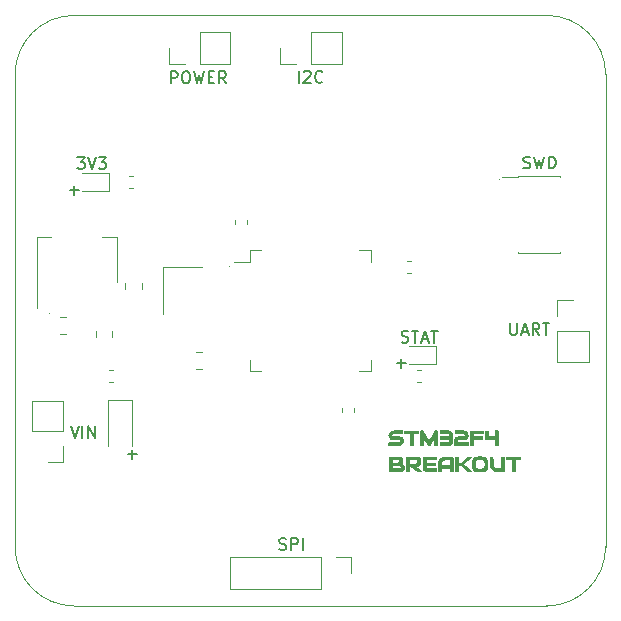
<source format=gbr>
%TF.GenerationSoftware,KiCad,Pcbnew,(5.1.7)-1*%
%TF.CreationDate,2020-10-04T20:50:26-05:00*%
%TF.ProjectId,STM32F4_Breakout,53544d33-3246-4345-9f42-7265616b6f75,rev?*%
%TF.SameCoordinates,Original*%
%TF.FileFunction,Legend,Top*%
%TF.FilePolarity,Positive*%
%FSLAX46Y46*%
G04 Gerber Fmt 4.6, Leading zero omitted, Abs format (unit mm)*
G04 Created by KiCad (PCBNEW (5.1.7)-1) date 2020-10-04 20:50:26*
%MOMM*%
%LPD*%
G01*
G04 APERTURE LIST*
%ADD10C,0.120000*%
%ADD11C,0.150000*%
%TA.AperFunction,Profile*%
%ADD12C,0.050000*%
%TD*%
%ADD13C,0.010000*%
G04 APERTURE END LIST*
D10*
X33400000Y-41050000D02*
G75*
G03*
X33400000Y-41050000I-50000J0D01*
G01*
X61000000Y-33900000D02*
G75*
G03*
X61000000Y-33900000I-50000J0D01*
G01*
X22950000Y-45200000D02*
G75*
G03*
X22950000Y-45200000I-50000J0D01*
G01*
X38200000Y-41250000D02*
G75*
G03*
X38200000Y-41250000I-50000J0D01*
G01*
D11*
X24619047Y-34821428D02*
X25380952Y-34821428D01*
X25000000Y-35202380D02*
X25000000Y-34440476D01*
X52319047Y-49471428D02*
X53080952Y-49471428D01*
X52700000Y-49852380D02*
X52700000Y-49090476D01*
X29519047Y-57171428D02*
X30280952Y-57171428D01*
X29900000Y-57552380D02*
X29900000Y-56790476D01*
X52723809Y-47654761D02*
X52866666Y-47702380D01*
X53104761Y-47702380D01*
X53200000Y-47654761D01*
X53247619Y-47607142D01*
X53295238Y-47511904D01*
X53295238Y-47416666D01*
X53247619Y-47321428D01*
X53200000Y-47273809D01*
X53104761Y-47226190D01*
X52914285Y-47178571D01*
X52819047Y-47130952D01*
X52771428Y-47083333D01*
X52723809Y-46988095D01*
X52723809Y-46892857D01*
X52771428Y-46797619D01*
X52819047Y-46750000D01*
X52914285Y-46702380D01*
X53152380Y-46702380D01*
X53295238Y-46750000D01*
X53580952Y-46702380D02*
X54152380Y-46702380D01*
X53866666Y-47702380D02*
X53866666Y-46702380D01*
X54438095Y-47416666D02*
X54914285Y-47416666D01*
X54342857Y-47702380D02*
X54676190Y-46702380D01*
X55009523Y-47702380D01*
X55200000Y-46702380D02*
X55771428Y-46702380D01*
X55485714Y-47702380D02*
X55485714Y-46702380D01*
X25261904Y-32002380D02*
X25880952Y-32002380D01*
X25547619Y-32383333D01*
X25690476Y-32383333D01*
X25785714Y-32430952D01*
X25833333Y-32478571D01*
X25880952Y-32573809D01*
X25880952Y-32811904D01*
X25833333Y-32907142D01*
X25785714Y-32954761D01*
X25690476Y-33002380D01*
X25404761Y-33002380D01*
X25309523Y-32954761D01*
X25261904Y-32907142D01*
X26166666Y-32002380D02*
X26500000Y-33002380D01*
X26833333Y-32002380D01*
X27071428Y-32002380D02*
X27690476Y-32002380D01*
X27357142Y-32383333D01*
X27500000Y-32383333D01*
X27595238Y-32430952D01*
X27642857Y-32478571D01*
X27690476Y-32573809D01*
X27690476Y-32811904D01*
X27642857Y-32907142D01*
X27595238Y-32954761D01*
X27500000Y-33002380D01*
X27214285Y-33002380D01*
X27119047Y-32954761D01*
X27071428Y-32907142D01*
X33190476Y-25752380D02*
X33190476Y-24752380D01*
X33571428Y-24752380D01*
X33666666Y-24800000D01*
X33714285Y-24847619D01*
X33761904Y-24942857D01*
X33761904Y-25085714D01*
X33714285Y-25180952D01*
X33666666Y-25228571D01*
X33571428Y-25276190D01*
X33190476Y-25276190D01*
X34380952Y-24752380D02*
X34571428Y-24752380D01*
X34666666Y-24800000D01*
X34761904Y-24895238D01*
X34809523Y-25085714D01*
X34809523Y-25419047D01*
X34761904Y-25609523D01*
X34666666Y-25704761D01*
X34571428Y-25752380D01*
X34380952Y-25752380D01*
X34285714Y-25704761D01*
X34190476Y-25609523D01*
X34142857Y-25419047D01*
X34142857Y-25085714D01*
X34190476Y-24895238D01*
X34285714Y-24800000D01*
X34380952Y-24752380D01*
X35142857Y-24752380D02*
X35380952Y-25752380D01*
X35571428Y-25038095D01*
X35761904Y-25752380D01*
X36000000Y-24752380D01*
X36380952Y-25228571D02*
X36714285Y-25228571D01*
X36857142Y-25752380D02*
X36380952Y-25752380D01*
X36380952Y-24752380D01*
X36857142Y-24752380D01*
X37857142Y-25752380D02*
X37523809Y-25276190D01*
X37285714Y-25752380D02*
X37285714Y-24752380D01*
X37666666Y-24752380D01*
X37761904Y-24800000D01*
X37809523Y-24847619D01*
X37857142Y-24942857D01*
X37857142Y-25085714D01*
X37809523Y-25180952D01*
X37761904Y-25228571D01*
X37666666Y-25276190D01*
X37285714Y-25276190D01*
X24704761Y-54752380D02*
X25038095Y-55752380D01*
X25371428Y-54752380D01*
X25704761Y-55752380D02*
X25704761Y-54752380D01*
X26180952Y-55752380D02*
X26180952Y-54752380D01*
X26752380Y-55752380D01*
X26752380Y-54752380D01*
X42376190Y-65204761D02*
X42519047Y-65252380D01*
X42757142Y-65252380D01*
X42852380Y-65204761D01*
X42900000Y-65157142D01*
X42947619Y-65061904D01*
X42947619Y-64966666D01*
X42900000Y-64871428D01*
X42852380Y-64823809D01*
X42757142Y-64776190D01*
X42566666Y-64728571D01*
X42471428Y-64680952D01*
X42423809Y-64633333D01*
X42376190Y-64538095D01*
X42376190Y-64442857D01*
X42423809Y-64347619D01*
X42471428Y-64300000D01*
X42566666Y-64252380D01*
X42804761Y-64252380D01*
X42947619Y-64300000D01*
X43376190Y-65252380D02*
X43376190Y-64252380D01*
X43757142Y-64252380D01*
X43852380Y-64300000D01*
X43900000Y-64347619D01*
X43947619Y-64442857D01*
X43947619Y-64585714D01*
X43900000Y-64680952D01*
X43852380Y-64728571D01*
X43757142Y-64776190D01*
X43376190Y-64776190D01*
X44376190Y-65252380D02*
X44376190Y-64252380D01*
X61904761Y-46052380D02*
X61904761Y-46861904D01*
X61952380Y-46957142D01*
X62000000Y-47004761D01*
X62095238Y-47052380D01*
X62285714Y-47052380D01*
X62380952Y-47004761D01*
X62428571Y-46957142D01*
X62476190Y-46861904D01*
X62476190Y-46052380D01*
X62904761Y-46766666D02*
X63380952Y-46766666D01*
X62809523Y-47052380D02*
X63142857Y-46052380D01*
X63476190Y-47052380D01*
X64380952Y-47052380D02*
X64047619Y-46576190D01*
X63809523Y-47052380D02*
X63809523Y-46052380D01*
X64190476Y-46052380D01*
X64285714Y-46100000D01*
X64333333Y-46147619D01*
X64380952Y-46242857D01*
X64380952Y-46385714D01*
X64333333Y-46480952D01*
X64285714Y-46528571D01*
X64190476Y-46576190D01*
X63809523Y-46576190D01*
X64666666Y-46052380D02*
X65238095Y-46052380D01*
X64952380Y-47052380D02*
X64952380Y-46052380D01*
X63042857Y-32904761D02*
X63185714Y-32952380D01*
X63423809Y-32952380D01*
X63519047Y-32904761D01*
X63566666Y-32857142D01*
X63614285Y-32761904D01*
X63614285Y-32666666D01*
X63566666Y-32571428D01*
X63519047Y-32523809D01*
X63423809Y-32476190D01*
X63233333Y-32428571D01*
X63138095Y-32380952D01*
X63090476Y-32333333D01*
X63042857Y-32238095D01*
X63042857Y-32142857D01*
X63090476Y-32047619D01*
X63138095Y-32000000D01*
X63233333Y-31952380D01*
X63471428Y-31952380D01*
X63614285Y-32000000D01*
X63947619Y-31952380D02*
X64185714Y-32952380D01*
X64376190Y-32238095D01*
X64566666Y-32952380D01*
X64804761Y-31952380D01*
X65185714Y-32952380D02*
X65185714Y-31952380D01*
X65423809Y-31952380D01*
X65566666Y-32000000D01*
X65661904Y-32095238D01*
X65709523Y-32190476D01*
X65757142Y-32380952D01*
X65757142Y-32523809D01*
X65709523Y-32714285D01*
X65661904Y-32809523D01*
X65566666Y-32904761D01*
X65423809Y-32952380D01*
X65185714Y-32952380D01*
X44023809Y-25702380D02*
X44023809Y-24702380D01*
X44452380Y-24797619D02*
X44500000Y-24750000D01*
X44595238Y-24702380D01*
X44833333Y-24702380D01*
X44928571Y-24750000D01*
X44976190Y-24797619D01*
X45023809Y-24892857D01*
X45023809Y-24988095D01*
X44976190Y-25130952D01*
X44404761Y-25702380D01*
X45023809Y-25702380D01*
X46023809Y-25607142D02*
X45976190Y-25654761D01*
X45833333Y-25702380D01*
X45738095Y-25702380D01*
X45595238Y-25654761D01*
X45500000Y-25559523D01*
X45452380Y-25464285D01*
X45404761Y-25273809D01*
X45404761Y-25130952D01*
X45452380Y-24940476D01*
X45500000Y-24845238D01*
X45595238Y-24750000D01*
X45738095Y-24702380D01*
X45833333Y-24702380D01*
X45976190Y-24750000D01*
X46023809Y-24797619D01*
D12*
X70000000Y-65000000D02*
G75*
G02*
X65000000Y-70000000I-5000000J0D01*
G01*
X25000000Y-70000000D02*
G75*
G02*
X20000000Y-65000000I0J5000000D01*
G01*
X20000000Y-25000000D02*
G75*
G02*
X25000000Y-20000000I5000000J0D01*
G01*
X65000000Y-20000000D02*
G75*
G02*
X70000000Y-25000000I0J-5000000D01*
G01*
X20000000Y-65000000D02*
X20000000Y-25000000D01*
X65000000Y-70000000D02*
X25000000Y-70000000D01*
X70000000Y-25000000D02*
X70000000Y-65000000D01*
X25000000Y-20000000D02*
X65000000Y-20000000D01*
D13*
%TO.C,G\u002A\u002A\u002A*%
G36*
X59404357Y-57339920D02*
G01*
X59544959Y-57351679D01*
X59657112Y-57375027D01*
X59747467Y-57412348D01*
X59822673Y-57466026D01*
X59859821Y-57503198D01*
X59910178Y-57563314D01*
X59946596Y-57620274D01*
X59971024Y-57681516D01*
X59985412Y-57754481D01*
X59991712Y-57846608D01*
X59991873Y-57965335D01*
X59991093Y-58003941D01*
X59988299Y-58108659D01*
X59984771Y-58184485D01*
X59979328Y-58238808D01*
X59970789Y-58279021D01*
X59957972Y-58312512D01*
X59939698Y-58346674D01*
X59935054Y-58354629D01*
X59855381Y-58458483D01*
X59755445Y-58537625D01*
X59669749Y-58577708D01*
X59620594Y-58587758D01*
X59544187Y-58595638D01*
X59449507Y-58601200D01*
X59345531Y-58604296D01*
X59241237Y-58604779D01*
X59145603Y-58602502D01*
X59067606Y-58597317D01*
X59016225Y-58589077D01*
X59014168Y-58588477D01*
X58901777Y-58538038D01*
X58804104Y-58457716D01*
X58791085Y-58443722D01*
X58743247Y-58387109D01*
X58708764Y-58334416D01*
X58685485Y-58277954D01*
X58671259Y-58210035D01*
X58663936Y-58122970D01*
X58661364Y-58009069D01*
X58661221Y-57979500D01*
X58661233Y-57978607D01*
X58905429Y-57978607D01*
X58907634Y-58084608D01*
X58915765Y-58162518D01*
X58932094Y-58220351D01*
X58958894Y-58266118D01*
X58998438Y-58307829D01*
X58998955Y-58308298D01*
X59025458Y-58330821D01*
X59051481Y-58346683D01*
X59083821Y-58357098D01*
X59129275Y-58363282D01*
X59194640Y-58366450D01*
X59286713Y-58367817D01*
X59333638Y-58368139D01*
X59432316Y-58368252D01*
X59502184Y-58366531D01*
X59550708Y-58361977D01*
X59585353Y-58353590D01*
X59613587Y-58340372D01*
X59632996Y-58328073D01*
X59678739Y-58292215D01*
X59710933Y-58251729D01*
X59731806Y-58199695D01*
X59743584Y-58129189D01*
X59748493Y-58033290D01*
X59749071Y-57967197D01*
X59747448Y-57862510D01*
X59740680Y-57786081D01*
X59725927Y-57729957D01*
X59700344Y-57686184D01*
X59661090Y-57646807D01*
X59624172Y-57617764D01*
X59599889Y-57602288D01*
X59571166Y-57591739D01*
X59530903Y-57585199D01*
X59472000Y-57581748D01*
X59387358Y-57580469D01*
X59335008Y-57580357D01*
X59235367Y-57580895D01*
X59164419Y-57583188D01*
X59114575Y-57588260D01*
X59078251Y-57597132D01*
X59047858Y-57610826D01*
X59029824Y-57621465D01*
X58979367Y-57659905D01*
X58944039Y-57706566D01*
X58921505Y-57768158D01*
X58909427Y-57851391D01*
X58905469Y-57962973D01*
X58905429Y-57978607D01*
X58661233Y-57978607D01*
X58663059Y-57851416D01*
X58670849Y-57752075D01*
X58686775Y-57674130D01*
X58713016Y-57610236D01*
X58751756Y-57553045D01*
X58805004Y-57495382D01*
X58883912Y-57430957D01*
X58974419Y-57384467D01*
X59081912Y-57354513D01*
X59211782Y-57339699D01*
X59369417Y-57338626D01*
X59404357Y-57339920D01*
G37*
X59404357Y-57339920D02*
X59544959Y-57351679D01*
X59657112Y-57375027D01*
X59747467Y-57412348D01*
X59822673Y-57466026D01*
X59859821Y-57503198D01*
X59910178Y-57563314D01*
X59946596Y-57620274D01*
X59971024Y-57681516D01*
X59985412Y-57754481D01*
X59991712Y-57846608D01*
X59991873Y-57965335D01*
X59991093Y-58003941D01*
X59988299Y-58108659D01*
X59984771Y-58184485D01*
X59979328Y-58238808D01*
X59970789Y-58279021D01*
X59957972Y-58312512D01*
X59939698Y-58346674D01*
X59935054Y-58354629D01*
X59855381Y-58458483D01*
X59755445Y-58537625D01*
X59669749Y-58577708D01*
X59620594Y-58587758D01*
X59544187Y-58595638D01*
X59449507Y-58601200D01*
X59345531Y-58604296D01*
X59241237Y-58604779D01*
X59145603Y-58602502D01*
X59067606Y-58597317D01*
X59016225Y-58589077D01*
X59014168Y-58588477D01*
X58901777Y-58538038D01*
X58804104Y-58457716D01*
X58791085Y-58443722D01*
X58743247Y-58387109D01*
X58708764Y-58334416D01*
X58685485Y-58277954D01*
X58671259Y-58210035D01*
X58663936Y-58122970D01*
X58661364Y-58009069D01*
X58661221Y-57979500D01*
X58661233Y-57978607D01*
X58905429Y-57978607D01*
X58907634Y-58084608D01*
X58915765Y-58162518D01*
X58932094Y-58220351D01*
X58958894Y-58266118D01*
X58998438Y-58307829D01*
X58998955Y-58308298D01*
X59025458Y-58330821D01*
X59051481Y-58346683D01*
X59083821Y-58357098D01*
X59129275Y-58363282D01*
X59194640Y-58366450D01*
X59286713Y-58367817D01*
X59333638Y-58368139D01*
X59432316Y-58368252D01*
X59502184Y-58366531D01*
X59550708Y-58361977D01*
X59585353Y-58353590D01*
X59613587Y-58340372D01*
X59632996Y-58328073D01*
X59678739Y-58292215D01*
X59710933Y-58251729D01*
X59731806Y-58199695D01*
X59743584Y-58129189D01*
X59748493Y-58033290D01*
X59749071Y-57967197D01*
X59747448Y-57862510D01*
X59740680Y-57786081D01*
X59725927Y-57729957D01*
X59700344Y-57686184D01*
X59661090Y-57646807D01*
X59624172Y-57617764D01*
X59599889Y-57602288D01*
X59571166Y-57591739D01*
X59530903Y-57585199D01*
X59472000Y-57581748D01*
X59387358Y-57580469D01*
X59335008Y-57580357D01*
X59235367Y-57580895D01*
X59164419Y-57583188D01*
X59114575Y-57588260D01*
X59078251Y-57597132D01*
X59047858Y-57610826D01*
X59029824Y-57621465D01*
X58979367Y-57659905D01*
X58944039Y-57706566D01*
X58921505Y-57768158D01*
X58909427Y-57851391D01*
X58905469Y-57962973D01*
X58905429Y-57978607D01*
X58661233Y-57978607D01*
X58663059Y-57851416D01*
X58670849Y-57752075D01*
X58686775Y-57674130D01*
X58713016Y-57610236D01*
X58751756Y-57553045D01*
X58805004Y-57495382D01*
X58883912Y-57430957D01*
X58974419Y-57384467D01*
X59081912Y-57354513D01*
X59211782Y-57339699D01*
X59369417Y-57338626D01*
X59404357Y-57339920D01*
G36*
X52311373Y-57363077D02*
G01*
X52431741Y-57365001D01*
X52524843Y-57369347D01*
X52595185Y-57377047D01*
X52647275Y-57389032D01*
X52685620Y-57406235D01*
X52714727Y-57429589D01*
X52739104Y-57460024D01*
X52755735Y-57485988D01*
X52780405Y-57552447D01*
X52791031Y-57639007D01*
X52787558Y-57732291D01*
X52769932Y-57818919D01*
X52757216Y-57852500D01*
X52724099Y-57925071D01*
X52792601Y-58000279D01*
X52854767Y-58090084D01*
X52890989Y-58189589D01*
X52901495Y-58291659D01*
X52886517Y-58389164D01*
X52846284Y-58474971D01*
X52781026Y-58541948D01*
X52774996Y-58546103D01*
X52755806Y-58558222D01*
X52735823Y-58567695D01*
X52710571Y-58574849D01*
X52675578Y-58580008D01*
X52626369Y-58583499D01*
X52558471Y-58585647D01*
X52467410Y-58586777D01*
X52348712Y-58587214D01*
X52209060Y-58587286D01*
X52060790Y-58587222D01*
X51944608Y-58586818D01*
X51856314Y-58585757D01*
X51791710Y-58583720D01*
X51746598Y-58580390D01*
X51716780Y-58575448D01*
X51698056Y-58568577D01*
X51686228Y-58559459D01*
X51677099Y-58547776D01*
X51676529Y-58546963D01*
X51668201Y-58530483D01*
X51661642Y-58504862D01*
X51656654Y-58466083D01*
X51653037Y-58410129D01*
X51651177Y-58351429D01*
X51902286Y-58351429D01*
X52646143Y-58351429D01*
X52646143Y-58277462D01*
X52638095Y-58215798D01*
X52608199Y-58166500D01*
X52593110Y-58150462D01*
X52540077Y-58097429D01*
X51956714Y-58097429D01*
X51956714Y-57861571D01*
X52184401Y-57861571D01*
X52301951Y-57859677D01*
X52388822Y-57852783D01*
X52450478Y-57839071D01*
X52492386Y-57816724D01*
X52520012Y-57783922D01*
X52537078Y-57744273D01*
X52549797Y-57689817D01*
X52552558Y-57642713D01*
X52552196Y-57639636D01*
X52549117Y-57624920D01*
X52541306Y-57614122D01*
X52523701Y-57606532D01*
X52491240Y-57601436D01*
X52438859Y-57598125D01*
X52361496Y-57595885D01*
X52254088Y-57594006D01*
X52224322Y-57593546D01*
X51902286Y-57588591D01*
X51902286Y-58351429D01*
X51651177Y-58351429D01*
X51650592Y-58332985D01*
X51649120Y-58230633D01*
X51648422Y-58099057D01*
X51648286Y-57977473D01*
X51648420Y-57824247D01*
X51648992Y-57703109D01*
X51650256Y-57609862D01*
X51652466Y-57540310D01*
X51655879Y-57490257D01*
X51660747Y-57455504D01*
X51667326Y-57431855D01*
X51675870Y-57415114D01*
X51682980Y-57405474D01*
X51717675Y-57362643D01*
X52159230Y-57362643D01*
X52311373Y-57363077D01*
G37*
X52311373Y-57363077D02*
X52431741Y-57365001D01*
X52524843Y-57369347D01*
X52595185Y-57377047D01*
X52647275Y-57389032D01*
X52685620Y-57406235D01*
X52714727Y-57429589D01*
X52739104Y-57460024D01*
X52755735Y-57485988D01*
X52780405Y-57552447D01*
X52791031Y-57639007D01*
X52787558Y-57732291D01*
X52769932Y-57818919D01*
X52757216Y-57852500D01*
X52724099Y-57925071D01*
X52792601Y-58000279D01*
X52854767Y-58090084D01*
X52890989Y-58189589D01*
X52901495Y-58291659D01*
X52886517Y-58389164D01*
X52846284Y-58474971D01*
X52781026Y-58541948D01*
X52774996Y-58546103D01*
X52755806Y-58558222D01*
X52735823Y-58567695D01*
X52710571Y-58574849D01*
X52675578Y-58580008D01*
X52626369Y-58583499D01*
X52558471Y-58585647D01*
X52467410Y-58586777D01*
X52348712Y-58587214D01*
X52209060Y-58587286D01*
X52060790Y-58587222D01*
X51944608Y-58586818D01*
X51856314Y-58585757D01*
X51791710Y-58583720D01*
X51746598Y-58580390D01*
X51716780Y-58575448D01*
X51698056Y-58568577D01*
X51686228Y-58559459D01*
X51677099Y-58547776D01*
X51676529Y-58546963D01*
X51668201Y-58530483D01*
X51661642Y-58504862D01*
X51656654Y-58466083D01*
X51653037Y-58410129D01*
X51651177Y-58351429D01*
X51902286Y-58351429D01*
X52646143Y-58351429D01*
X52646143Y-58277462D01*
X52638095Y-58215798D01*
X52608199Y-58166500D01*
X52593110Y-58150462D01*
X52540077Y-58097429D01*
X51956714Y-58097429D01*
X51956714Y-57861571D01*
X52184401Y-57861571D01*
X52301951Y-57859677D01*
X52388822Y-57852783D01*
X52450478Y-57839071D01*
X52492386Y-57816724D01*
X52520012Y-57783922D01*
X52537078Y-57744273D01*
X52549797Y-57689817D01*
X52552558Y-57642713D01*
X52552196Y-57639636D01*
X52549117Y-57624920D01*
X52541306Y-57614122D01*
X52523701Y-57606532D01*
X52491240Y-57601436D01*
X52438859Y-57598125D01*
X52361496Y-57595885D01*
X52254088Y-57594006D01*
X52224322Y-57593546D01*
X51902286Y-57588591D01*
X51902286Y-58351429D01*
X51651177Y-58351429D01*
X51650592Y-58332985D01*
X51649120Y-58230633D01*
X51648422Y-58099057D01*
X51648286Y-57977473D01*
X51648420Y-57824247D01*
X51648992Y-57703109D01*
X51650256Y-57609862D01*
X51652466Y-57540310D01*
X51655879Y-57490257D01*
X51660747Y-57455504D01*
X51667326Y-57431855D01*
X51675870Y-57415114D01*
X51682980Y-57405474D01*
X51717675Y-57362643D01*
X52159230Y-57362643D01*
X52311373Y-57363077D01*
G36*
X53780072Y-57362763D02*
G01*
X53896253Y-57363325D01*
X53984971Y-57364628D01*
X54050640Y-57366973D01*
X54097670Y-57370661D01*
X54130473Y-57375992D01*
X54153461Y-57383266D01*
X54171045Y-57392784D01*
X54181312Y-57400050D01*
X54239295Y-57449614D01*
X54277124Y-57501089D01*
X54299312Y-57564504D01*
X54310372Y-57649885D01*
X54312670Y-57691957D01*
X54306773Y-57838109D01*
X54275458Y-57958598D01*
X54218274Y-58054093D01*
X54134766Y-58125263D01*
X54024482Y-58172779D01*
X53980012Y-58183832D01*
X53916317Y-58197214D01*
X54373025Y-58587286D01*
X53996535Y-58587286D01*
X53766807Y-58387714D01*
X53681862Y-58314310D01*
X53618807Y-58261521D01*
X53572319Y-58225959D01*
X53537080Y-58204232D01*
X53507767Y-58192950D01*
X53479062Y-58188723D01*
X53453603Y-58188143D01*
X53370126Y-58188143D01*
X53375527Y-58074750D01*
X53380929Y-57961357D01*
X53673574Y-57956383D01*
X53783116Y-57954289D01*
X53862494Y-57951719D01*
X53917830Y-57947780D01*
X53955244Y-57941577D01*
X53980856Y-57932219D01*
X54000787Y-57918811D01*
X54014550Y-57906617D01*
X54039648Y-57880437D01*
X54053582Y-57853229D01*
X54058965Y-57814271D01*
X54058411Y-57752842D01*
X54057547Y-57730163D01*
X54052214Y-57598500D01*
X53684822Y-57593589D01*
X53317429Y-57588677D01*
X53317429Y-58587286D01*
X53063429Y-58587286D01*
X53063429Y-58017796D01*
X53063546Y-57858336D01*
X53064052Y-57731138D01*
X53065172Y-57632180D01*
X53067136Y-57557436D01*
X53070172Y-57502886D01*
X53074506Y-57464504D01*
X53080368Y-57438268D01*
X53087985Y-57420154D01*
X53097585Y-57406140D01*
X53098121Y-57405474D01*
X53132814Y-57362643D01*
X53632018Y-57362643D01*
X53780072Y-57362763D01*
G37*
X53780072Y-57362763D02*
X53896253Y-57363325D01*
X53984971Y-57364628D01*
X54050640Y-57366973D01*
X54097670Y-57370661D01*
X54130473Y-57375992D01*
X54153461Y-57383266D01*
X54171045Y-57392784D01*
X54181312Y-57400050D01*
X54239295Y-57449614D01*
X54277124Y-57501089D01*
X54299312Y-57564504D01*
X54310372Y-57649885D01*
X54312670Y-57691957D01*
X54306773Y-57838109D01*
X54275458Y-57958598D01*
X54218274Y-58054093D01*
X54134766Y-58125263D01*
X54024482Y-58172779D01*
X53980012Y-58183832D01*
X53916317Y-58197214D01*
X54373025Y-58587286D01*
X53996535Y-58587286D01*
X53766807Y-58387714D01*
X53681862Y-58314310D01*
X53618807Y-58261521D01*
X53572319Y-58225959D01*
X53537080Y-58204232D01*
X53507767Y-58192950D01*
X53479062Y-58188723D01*
X53453603Y-58188143D01*
X53370126Y-58188143D01*
X53375527Y-58074750D01*
X53380929Y-57961357D01*
X53673574Y-57956383D01*
X53783116Y-57954289D01*
X53862494Y-57951719D01*
X53917830Y-57947780D01*
X53955244Y-57941577D01*
X53980856Y-57932219D01*
X54000787Y-57918811D01*
X54014550Y-57906617D01*
X54039648Y-57880437D01*
X54053582Y-57853229D01*
X54058965Y-57814271D01*
X54058411Y-57752842D01*
X54057547Y-57730163D01*
X54052214Y-57598500D01*
X53684822Y-57593589D01*
X53317429Y-57588677D01*
X53317429Y-58587286D01*
X53063429Y-58587286D01*
X53063429Y-58017796D01*
X53063546Y-57858336D01*
X53064052Y-57731138D01*
X53065172Y-57632180D01*
X53067136Y-57557436D01*
X53070172Y-57502886D01*
X53074506Y-57464504D01*
X53080368Y-57438268D01*
X53087985Y-57420154D01*
X53097585Y-57406140D01*
X53098121Y-57405474D01*
X53132814Y-57362643D01*
X53632018Y-57362643D01*
X53780072Y-57362763D01*
G36*
X55636044Y-57476036D02*
G01*
X55641446Y-57589429D01*
X54749978Y-57589429D01*
X54759786Y-58342357D01*
X55195214Y-58351429D01*
X55630643Y-58360500D01*
X55636044Y-58473893D01*
X55641446Y-58587286D01*
X55182473Y-58585853D01*
X55055888Y-58585070D01*
X54940513Y-58583619D01*
X54841566Y-58581623D01*
X54764264Y-58579210D01*
X54713828Y-58576503D01*
X54696286Y-58574195D01*
X54619004Y-58528262D01*
X54555107Y-58458678D01*
X54531284Y-58416724D01*
X54520606Y-58389805D01*
X54512406Y-58358709D01*
X54506362Y-58318477D01*
X54502146Y-58264151D01*
X54499436Y-58190774D01*
X54497905Y-58093387D01*
X54497229Y-57967032D01*
X54497113Y-57895331D01*
X54497169Y-57755532D01*
X54497833Y-57647385D01*
X54499429Y-57566259D01*
X54502282Y-57507521D01*
X54506715Y-57466541D01*
X54513052Y-57438685D01*
X54521618Y-57419321D01*
X54531382Y-57405474D01*
X54566049Y-57362643D01*
X55630643Y-57362643D01*
X55636044Y-57476036D01*
G37*
X55636044Y-57476036D02*
X55641446Y-57589429D01*
X54749978Y-57589429D01*
X54759786Y-58342357D01*
X55195214Y-58351429D01*
X55630643Y-58360500D01*
X55636044Y-58473893D01*
X55641446Y-58587286D01*
X55182473Y-58585853D01*
X55055888Y-58585070D01*
X54940513Y-58583619D01*
X54841566Y-58581623D01*
X54764264Y-58579210D01*
X54713828Y-58576503D01*
X54696286Y-58574195D01*
X54619004Y-58528262D01*
X54555107Y-58458678D01*
X54531284Y-58416724D01*
X54520606Y-58389805D01*
X54512406Y-58358709D01*
X54506362Y-58318477D01*
X54502146Y-58264151D01*
X54499436Y-58190774D01*
X54497905Y-58093387D01*
X54497229Y-57967032D01*
X54497113Y-57895331D01*
X54497169Y-57755532D01*
X54497833Y-57647385D01*
X54499429Y-57566259D01*
X54502282Y-57507521D01*
X54506715Y-57466541D01*
X54513052Y-57438685D01*
X54521618Y-57419321D01*
X54531382Y-57405474D01*
X54566049Y-57362643D01*
X55630643Y-57362643D01*
X55636044Y-57476036D01*
G36*
X56845520Y-57363836D02*
G01*
X56909667Y-57365652D01*
X56953259Y-57369312D01*
X56981539Y-57375389D01*
X56999749Y-57384453D01*
X57013134Y-57397075D01*
X57020121Y-57405474D01*
X57029838Y-57419377D01*
X57037558Y-57437156D01*
X57043509Y-57462834D01*
X57047920Y-57500434D01*
X57051019Y-57553980D01*
X57053033Y-57627496D01*
X57054193Y-57725006D01*
X57054724Y-57850531D01*
X57054857Y-58008097D01*
X57054857Y-58587286D01*
X56800857Y-58587286D01*
X56800857Y-58297000D01*
X56057000Y-58297000D01*
X56057000Y-58587286D01*
X55800419Y-58587286D01*
X55806245Y-58201750D01*
X55808347Y-58073394D01*
X55810688Y-57975490D01*
X55810936Y-57969846D01*
X56057000Y-57969846D01*
X56057000Y-58061143D01*
X56800857Y-58061143D01*
X56800857Y-57585226D01*
X56560464Y-57592899D01*
X56455274Y-57597183D01*
X56378653Y-57602991D01*
X56322885Y-57611446D01*
X56280257Y-57623669D01*
X56247500Y-57638427D01*
X56156016Y-57703225D01*
X56094695Y-57787193D01*
X56062614Y-57891938D01*
X56057000Y-57969846D01*
X55810936Y-57969846D01*
X55813917Y-57902206D01*
X55818683Y-57847709D01*
X55825636Y-57806169D01*
X55835423Y-57771752D01*
X55848696Y-57738627D01*
X55860714Y-57712431D01*
X55932324Y-57596891D01*
X56027903Y-57497981D01*
X56138847Y-57423976D01*
X56179991Y-57405380D01*
X56219148Y-57390949D01*
X56257460Y-57380310D01*
X56301296Y-57372872D01*
X56357026Y-57368051D01*
X56431022Y-57365256D01*
X56529652Y-57363902D01*
X56634585Y-57363452D01*
X56755574Y-57363293D01*
X56845520Y-57363836D01*
G37*
X56845520Y-57363836D02*
X56909667Y-57365652D01*
X56953259Y-57369312D01*
X56981539Y-57375389D01*
X56999749Y-57384453D01*
X57013134Y-57397075D01*
X57020121Y-57405474D01*
X57029838Y-57419377D01*
X57037558Y-57437156D01*
X57043509Y-57462834D01*
X57047920Y-57500434D01*
X57051019Y-57553980D01*
X57053033Y-57627496D01*
X57054193Y-57725006D01*
X57054724Y-57850531D01*
X57054857Y-58008097D01*
X57054857Y-58587286D01*
X56800857Y-58587286D01*
X56800857Y-58297000D01*
X56057000Y-58297000D01*
X56057000Y-58587286D01*
X55800419Y-58587286D01*
X55806245Y-58201750D01*
X55808347Y-58073394D01*
X55810688Y-57975490D01*
X55810936Y-57969846D01*
X56057000Y-57969846D01*
X56057000Y-58061143D01*
X56800857Y-58061143D01*
X56800857Y-57585226D01*
X56560464Y-57592899D01*
X56455274Y-57597183D01*
X56378653Y-57602991D01*
X56322885Y-57611446D01*
X56280257Y-57623669D01*
X56247500Y-57638427D01*
X56156016Y-57703225D01*
X56094695Y-57787193D01*
X56062614Y-57891938D01*
X56057000Y-57969846D01*
X55810936Y-57969846D01*
X55813917Y-57902206D01*
X55818683Y-57847709D01*
X55825636Y-57806169D01*
X55835423Y-57771752D01*
X55848696Y-57738627D01*
X55860714Y-57712431D01*
X55932324Y-57596891D01*
X56027903Y-57497981D01*
X56138847Y-57423976D01*
X56179991Y-57405380D01*
X56219148Y-57390949D01*
X56257460Y-57380310D01*
X56301296Y-57372872D01*
X56357026Y-57368051D01*
X56431022Y-57365256D01*
X56529652Y-57363902D01*
X56634585Y-57363452D01*
X56755574Y-57363293D01*
X56845520Y-57363836D01*
G36*
X57522277Y-57974964D02*
G01*
X57527054Y-58587286D01*
X57272089Y-58587286D01*
X57276866Y-57974964D01*
X57281643Y-57362643D01*
X57517500Y-57362643D01*
X57522277Y-57974964D01*
G37*
X57522277Y-57974964D02*
X57527054Y-58587286D01*
X57272089Y-58587286D01*
X57276866Y-57974964D01*
X57281643Y-57362643D01*
X57517500Y-57362643D01*
X57522277Y-57974964D01*
G36*
X58490733Y-57354560D02*
G01*
X58545335Y-57357204D01*
X58575466Y-57361020D01*
X58578857Y-57362944D01*
X58566428Y-57377701D01*
X58531522Y-57414127D01*
X58477705Y-57468631D01*
X58408548Y-57537619D01*
X58327619Y-57617498D01*
X58267987Y-57675908D01*
X57957117Y-57979500D01*
X58587929Y-58586842D01*
X58415319Y-58587064D01*
X58242710Y-58587286D01*
X57998286Y-58342357D01*
X57753861Y-58097429D01*
X57581000Y-58097429D01*
X57581000Y-57861571D01*
X57753843Y-57861571D01*
X58007357Y-57607572D01*
X58260871Y-57353572D01*
X58419864Y-57353572D01*
X58490733Y-57354560D01*
G37*
X58490733Y-57354560D02*
X58545335Y-57357204D01*
X58575466Y-57361020D01*
X58578857Y-57362944D01*
X58566428Y-57377701D01*
X58531522Y-57414127D01*
X58477705Y-57468631D01*
X58408548Y-57537619D01*
X58327619Y-57617498D01*
X58267987Y-57675908D01*
X57957117Y-57979500D01*
X58587929Y-58586842D01*
X58415319Y-58587064D01*
X58242710Y-58587286D01*
X57998286Y-58342357D01*
X57753861Y-58097429D01*
X57581000Y-58097429D01*
X57581000Y-57861571D01*
X57753843Y-57861571D01*
X58007357Y-57607572D01*
X58260871Y-57353572D01*
X58419864Y-57353572D01*
X58490733Y-57354560D01*
G36*
X60429429Y-57743643D02*
G01*
X60433357Y-57885437D01*
X60438484Y-57996017D01*
X60446183Y-58080454D01*
X60457829Y-58143819D01*
X60474796Y-58191185D01*
X60498459Y-58227620D01*
X60530192Y-58258199D01*
X60571370Y-58287990D01*
X60578201Y-58292542D01*
X60609697Y-58312229D01*
X60639614Y-58326105D01*
X60675221Y-58335378D01*
X60723789Y-58341257D01*
X60792587Y-58344952D01*
X60888885Y-58347672D01*
X60913044Y-58348227D01*
X61172698Y-58354096D01*
X61177527Y-57858369D01*
X61182357Y-57362643D01*
X61418214Y-57362643D01*
X61418214Y-57949225D01*
X61418122Y-58110808D01*
X61417699Y-58239949D01*
X61416724Y-58340495D01*
X61414975Y-58416288D01*
X61412232Y-58471175D01*
X61408273Y-58508998D01*
X61402877Y-58533604D01*
X61395823Y-58548836D01*
X61386890Y-58558538D01*
X61382997Y-58561546D01*
X61349983Y-58572003D01*
X61287726Y-58579900D01*
X61203176Y-58585276D01*
X61103282Y-58588170D01*
X60994992Y-58588622D01*
X60885258Y-58586669D01*
X60781028Y-58582351D01*
X60689252Y-58575707D01*
X60616879Y-58566776D01*
X60574669Y-58557024D01*
X60458629Y-58502032D01*
X60357603Y-58426315D01*
X60288071Y-58346377D01*
X60255471Y-58296436D01*
X60230533Y-58251706D01*
X60212233Y-58206322D01*
X60199549Y-58154419D01*
X60191456Y-58090132D01*
X60186933Y-58007596D01*
X60184956Y-57900947D01*
X60184501Y-57764318D01*
X60184500Y-57752714D01*
X60184500Y-57362643D01*
X60420357Y-57362643D01*
X60429429Y-57743643D01*
G37*
X60429429Y-57743643D02*
X60433357Y-57885437D01*
X60438484Y-57996017D01*
X60446183Y-58080454D01*
X60457829Y-58143819D01*
X60474796Y-58191185D01*
X60498459Y-58227620D01*
X60530192Y-58258199D01*
X60571370Y-58287990D01*
X60578201Y-58292542D01*
X60609697Y-58312229D01*
X60639614Y-58326105D01*
X60675221Y-58335378D01*
X60723789Y-58341257D01*
X60792587Y-58344952D01*
X60888885Y-58347672D01*
X60913044Y-58348227D01*
X61172698Y-58354096D01*
X61177527Y-57858369D01*
X61182357Y-57362643D01*
X61418214Y-57362643D01*
X61418214Y-57949225D01*
X61418122Y-58110808D01*
X61417699Y-58239949D01*
X61416724Y-58340495D01*
X61414975Y-58416288D01*
X61412232Y-58471175D01*
X61408273Y-58508998D01*
X61402877Y-58533604D01*
X61395823Y-58548836D01*
X61386890Y-58558538D01*
X61382997Y-58561546D01*
X61349983Y-58572003D01*
X61287726Y-58579900D01*
X61203176Y-58585276D01*
X61103282Y-58588170D01*
X60994992Y-58588622D01*
X60885258Y-58586669D01*
X60781028Y-58582351D01*
X60689252Y-58575707D01*
X60616879Y-58566776D01*
X60574669Y-58557024D01*
X60458629Y-58502032D01*
X60357603Y-58426315D01*
X60288071Y-58346377D01*
X60255471Y-58296436D01*
X60230533Y-58251706D01*
X60212233Y-58206322D01*
X60199549Y-58154419D01*
X60191456Y-58090132D01*
X60186933Y-58007596D01*
X60184956Y-57900947D01*
X60184501Y-57764318D01*
X60184500Y-57752714D01*
X60184500Y-57362643D01*
X60420357Y-57362643D01*
X60429429Y-57743643D01*
G36*
X62784330Y-57476036D02*
G01*
X62789732Y-57589429D01*
X62298143Y-57589429D01*
X62298143Y-58587286D01*
X62044143Y-58587286D01*
X62044143Y-57589429D01*
X61552554Y-57589429D01*
X61557956Y-57476036D01*
X61563357Y-57362643D01*
X62778929Y-57362643D01*
X62784330Y-57476036D01*
G37*
X62784330Y-57476036D02*
X62789732Y-57589429D01*
X62298143Y-57589429D01*
X62298143Y-58587286D01*
X62044143Y-58587286D01*
X62044143Y-57589429D01*
X61552554Y-57589429D01*
X61557956Y-57476036D01*
X61563357Y-57362643D01*
X62778929Y-57362643D01*
X62784330Y-57476036D01*
G36*
X55530857Y-58097429D02*
G01*
X54805143Y-58097429D01*
X54805143Y-57861571D01*
X55530857Y-57861571D01*
X55530857Y-58097429D01*
G37*
X55530857Y-58097429D02*
X54805143Y-58097429D01*
X54805143Y-57861571D01*
X55530857Y-57861571D01*
X55530857Y-58097429D01*
G36*
X55617261Y-55129251D02*
G01*
X55635021Y-55134338D01*
X55660604Y-55143621D01*
X55681151Y-55153917D01*
X55697214Y-55169000D01*
X55709344Y-55192643D01*
X55718093Y-55228620D01*
X55724013Y-55280706D01*
X55727655Y-55352674D01*
X55729571Y-55448298D01*
X55730313Y-55571352D01*
X55730432Y-55725610D01*
X55730429Y-55787026D01*
X55730429Y-56373857D01*
X55477247Y-56373857D01*
X55472302Y-56048104D01*
X55467357Y-55722350D01*
X55305629Y-56007282D01*
X55237488Y-56127103D01*
X55184462Y-56219041D01*
X55143785Y-56286784D01*
X55112686Y-56334020D01*
X55088398Y-56364439D01*
X55068153Y-56381729D01*
X55049180Y-56389579D01*
X55028713Y-56391677D01*
X55017086Y-56391722D01*
X54969677Y-56387444D01*
X54937789Y-56377731D01*
X54922710Y-56358475D01*
X54892812Y-56312442D01*
X54851061Y-56244485D01*
X54800420Y-56159455D01*
X54743851Y-56062207D01*
X54724673Y-56028759D01*
X54533124Y-55693500D01*
X54533062Y-56033679D01*
X54533000Y-56373857D01*
X54279000Y-56373857D01*
X54279000Y-55795296D01*
X54279129Y-55634176D01*
X54279658Y-55505374D01*
X54280801Y-55404920D01*
X54282773Y-55328846D01*
X54285787Y-55273184D01*
X54290059Y-55233967D01*
X54295802Y-55207224D01*
X54303230Y-55188989D01*
X54312459Y-55175415D01*
X54357764Y-55144091D01*
X54415923Y-55133711D01*
X54470264Y-55146214D01*
X54484223Y-55155447D01*
X54499772Y-55176405D01*
X54530515Y-55224620D01*
X54573835Y-55295739D01*
X54627115Y-55385406D01*
X54687738Y-55489266D01*
X54752797Y-55602454D01*
X54817174Y-55714725D01*
X54875832Y-55815935D01*
X54926356Y-55902007D01*
X54966331Y-55968862D01*
X54993344Y-56012421D01*
X55004980Y-56028605D01*
X55005070Y-56028626D01*
X55016207Y-56013675D01*
X55042937Y-55971210D01*
X55082868Y-55905231D01*
X55133608Y-55819741D01*
X55192765Y-55718738D01*
X55257947Y-55606224D01*
X55265917Y-55592387D01*
X55345650Y-55454775D01*
X55410309Y-55345949D01*
X55462314Y-55262904D01*
X55504087Y-55202636D01*
X55538046Y-55162141D01*
X55566615Y-55138414D01*
X55592213Y-55128452D01*
X55617261Y-55129251D01*
G37*
X55617261Y-55129251D02*
X55635021Y-55134338D01*
X55660604Y-55143621D01*
X55681151Y-55153917D01*
X55697214Y-55169000D01*
X55709344Y-55192643D01*
X55718093Y-55228620D01*
X55724013Y-55280706D01*
X55727655Y-55352674D01*
X55729571Y-55448298D01*
X55730313Y-55571352D01*
X55730432Y-55725610D01*
X55730429Y-55787026D01*
X55730429Y-56373857D01*
X55477247Y-56373857D01*
X55472302Y-56048104D01*
X55467357Y-55722350D01*
X55305629Y-56007282D01*
X55237488Y-56127103D01*
X55184462Y-56219041D01*
X55143785Y-56286784D01*
X55112686Y-56334020D01*
X55088398Y-56364439D01*
X55068153Y-56381729D01*
X55049180Y-56389579D01*
X55028713Y-56391677D01*
X55017086Y-56391722D01*
X54969677Y-56387444D01*
X54937789Y-56377731D01*
X54922710Y-56358475D01*
X54892812Y-56312442D01*
X54851061Y-56244485D01*
X54800420Y-56159455D01*
X54743851Y-56062207D01*
X54724673Y-56028759D01*
X54533124Y-55693500D01*
X54533062Y-56033679D01*
X54533000Y-56373857D01*
X54279000Y-56373857D01*
X54279000Y-55795296D01*
X54279129Y-55634176D01*
X54279658Y-55505374D01*
X54280801Y-55404920D01*
X54282773Y-55328846D01*
X54285787Y-55273184D01*
X54290059Y-55233967D01*
X54295802Y-55207224D01*
X54303230Y-55188989D01*
X54312459Y-55175415D01*
X54357764Y-55144091D01*
X54415923Y-55133711D01*
X54470264Y-55146214D01*
X54484223Y-55155447D01*
X54499772Y-55176405D01*
X54530515Y-55224620D01*
X54573835Y-55295739D01*
X54627115Y-55385406D01*
X54687738Y-55489266D01*
X54752797Y-55602454D01*
X54817174Y-55714725D01*
X54875832Y-55815935D01*
X54926356Y-55902007D01*
X54966331Y-55968862D01*
X54993344Y-56012421D01*
X55004980Y-56028605D01*
X55005070Y-56028626D01*
X55016207Y-56013675D01*
X55042937Y-55971210D01*
X55082868Y-55905231D01*
X55133608Y-55819741D01*
X55192765Y-55718738D01*
X55257947Y-55606224D01*
X55265917Y-55592387D01*
X55345650Y-55454775D01*
X55410309Y-55345949D01*
X55462314Y-55262904D01*
X55504087Y-55202636D01*
X55538046Y-55162141D01*
X55566615Y-55138414D01*
X55592213Y-55128452D01*
X55617261Y-55129251D01*
G36*
X52736857Y-55376000D02*
G01*
X52339724Y-55376000D01*
X52208405Y-55376239D01*
X52108418Y-55377209D01*
X52034812Y-55379294D01*
X51982637Y-55382878D01*
X51946941Y-55388341D01*
X51922773Y-55396069D01*
X51905182Y-55406442D01*
X51900667Y-55409948D01*
X51866563Y-55458500D01*
X51857150Y-55519507D01*
X51872429Y-55578835D01*
X51900667Y-55614195D01*
X51919621Y-55626726D01*
X51944615Y-55635785D01*
X51981392Y-55641930D01*
X52035700Y-55645721D01*
X52113284Y-55647717D01*
X52219889Y-55648477D01*
X52253546Y-55648541D01*
X52387982Y-55649939D01*
X52492143Y-55654685D01*
X52571990Y-55664193D01*
X52633480Y-55679878D01*
X52682575Y-55703154D01*
X52725233Y-55735434D01*
X52758382Y-55768319D01*
X52808390Y-55835656D01*
X52836119Y-55911674D01*
X52845609Y-56008109D01*
X52845714Y-56021975D01*
X52830212Y-56136337D01*
X52784120Y-56231851D01*
X52708058Y-56307294D01*
X52697049Y-56314873D01*
X52621671Y-56364786D01*
X52115949Y-56370134D01*
X51610226Y-56375483D01*
X51615649Y-56261277D01*
X51621071Y-56147072D01*
X52092268Y-56138000D01*
X52563464Y-56128929D01*
X52586393Y-56083571D01*
X52607247Y-56024070D01*
X52599302Y-55973843D01*
X52573364Y-55933215D01*
X52559817Y-55917005D01*
X52544802Y-55905000D01*
X52522963Y-55896457D01*
X52488941Y-55890630D01*
X52437378Y-55886774D01*
X52362918Y-55884144D01*
X52260201Y-55881996D01*
X52196900Y-55880875D01*
X52063829Y-55877869D01*
X51961252Y-55873014D01*
X51883376Y-55864668D01*
X51824412Y-55851192D01*
X51778566Y-55830944D01*
X51740048Y-55802285D01*
X51703066Y-55763573D01*
X51678561Y-55734043D01*
X51642911Y-55681147D01*
X51623746Y-55624668D01*
X51615632Y-55559073D01*
X51619690Y-55434881D01*
X51652109Y-55332591D01*
X51713800Y-55250379D01*
X51799679Y-55189565D01*
X51825640Y-55176749D01*
X51852885Y-55166865D01*
X51886523Y-55159444D01*
X51931663Y-55154020D01*
X51993415Y-55150126D01*
X52076887Y-55147294D01*
X52187188Y-55145058D01*
X52305964Y-55143275D01*
X52736857Y-55137265D01*
X52736857Y-55376000D01*
G37*
X52736857Y-55376000D02*
X52339724Y-55376000D01*
X52208405Y-55376239D01*
X52108418Y-55377209D01*
X52034812Y-55379294D01*
X51982637Y-55382878D01*
X51946941Y-55388341D01*
X51922773Y-55396069D01*
X51905182Y-55406442D01*
X51900667Y-55409948D01*
X51866563Y-55458500D01*
X51857150Y-55519507D01*
X51872429Y-55578835D01*
X51900667Y-55614195D01*
X51919621Y-55626726D01*
X51944615Y-55635785D01*
X51981392Y-55641930D01*
X52035700Y-55645721D01*
X52113284Y-55647717D01*
X52219889Y-55648477D01*
X52253546Y-55648541D01*
X52387982Y-55649939D01*
X52492143Y-55654685D01*
X52571990Y-55664193D01*
X52633480Y-55679878D01*
X52682575Y-55703154D01*
X52725233Y-55735434D01*
X52758382Y-55768319D01*
X52808390Y-55835656D01*
X52836119Y-55911674D01*
X52845609Y-56008109D01*
X52845714Y-56021975D01*
X52830212Y-56136337D01*
X52784120Y-56231851D01*
X52708058Y-56307294D01*
X52697049Y-56314873D01*
X52621671Y-56364786D01*
X52115949Y-56370134D01*
X51610226Y-56375483D01*
X51615649Y-56261277D01*
X51621071Y-56147072D01*
X52092268Y-56138000D01*
X52563464Y-56128929D01*
X52586393Y-56083571D01*
X52607247Y-56024070D01*
X52599302Y-55973843D01*
X52573364Y-55933215D01*
X52559817Y-55917005D01*
X52544802Y-55905000D01*
X52522963Y-55896457D01*
X52488941Y-55890630D01*
X52437378Y-55886774D01*
X52362918Y-55884144D01*
X52260201Y-55881996D01*
X52196900Y-55880875D01*
X52063829Y-55877869D01*
X51961252Y-55873014D01*
X51883376Y-55864668D01*
X51824412Y-55851192D01*
X51778566Y-55830944D01*
X51740048Y-55802285D01*
X51703066Y-55763573D01*
X51678561Y-55734043D01*
X51642911Y-55681147D01*
X51623746Y-55624668D01*
X51615632Y-55559073D01*
X51619690Y-55434881D01*
X51652109Y-55332591D01*
X51713800Y-55250379D01*
X51799679Y-55189565D01*
X51825640Y-55176749D01*
X51852885Y-55166865D01*
X51886523Y-55159444D01*
X51931663Y-55154020D01*
X51993415Y-55150126D01*
X52076887Y-55147294D01*
X52187188Y-55145058D01*
X52305964Y-55143275D01*
X52736857Y-55137265D01*
X52736857Y-55376000D01*
G36*
X54148330Y-55262607D02*
G01*
X54153732Y-55376000D01*
X53662143Y-55376000D01*
X53662143Y-56373857D01*
X53408143Y-56373857D01*
X53408143Y-55376000D01*
X52916554Y-55376000D01*
X52921956Y-55262607D01*
X52927357Y-55149214D01*
X54142929Y-55149214D01*
X54148330Y-55262607D01*
G37*
X54148330Y-55262607D02*
X54153732Y-55376000D01*
X53662143Y-55376000D01*
X53662143Y-56373857D01*
X53408143Y-56373857D01*
X53408143Y-55376000D01*
X52916554Y-55376000D01*
X52921956Y-55262607D01*
X52927357Y-55149214D01*
X54142929Y-55149214D01*
X54148330Y-55262607D01*
G36*
X56315536Y-55140244D02*
G01*
X56432140Y-55141206D01*
X56540569Y-55143827D01*
X56634000Y-55147807D01*
X56705609Y-55152848D01*
X56748572Y-55158649D01*
X56751460Y-55159377D01*
X56830229Y-55195330D01*
X56900365Y-55252371D01*
X56950870Y-55320429D01*
X56965194Y-55355004D01*
X56972188Y-55399636D01*
X56977057Y-55477029D01*
X56979695Y-55583713D01*
X56979995Y-55716221D01*
X56979025Y-55805618D01*
X56976668Y-55941479D01*
X56973347Y-56046325D01*
X56967744Y-56125425D01*
X56958537Y-56184050D01*
X56944409Y-56227467D01*
X56924038Y-56260946D01*
X56896105Y-56289756D01*
X56859291Y-56319167D01*
X56848348Y-56327379D01*
X56830221Y-56339342D01*
X56808682Y-56348558D01*
X56778867Y-56355465D01*
X56735916Y-56360503D01*
X56674964Y-56364110D01*
X56591151Y-56366724D01*
X56479613Y-56368786D01*
X56373219Y-56370254D01*
X55948143Y-56375721D01*
X55948143Y-56138722D01*
X56333679Y-56133825D01*
X56719214Y-56128929D01*
X56724579Y-56006464D01*
X56729944Y-55884000D01*
X55948143Y-55884000D01*
X55948143Y-55648143D01*
X56728286Y-55648143D01*
X56728286Y-55533843D01*
X56724929Y-55468164D01*
X56716078Y-55418321D01*
X56706514Y-55397772D01*
X56685048Y-55389528D01*
X56637599Y-55383373D01*
X56561589Y-55379163D01*
X56454438Y-55376753D01*
X56316443Y-55376000D01*
X55948143Y-55376000D01*
X55948143Y-55140143D01*
X56315536Y-55140244D01*
G37*
X56315536Y-55140244D02*
X56432140Y-55141206D01*
X56540569Y-55143827D01*
X56634000Y-55147807D01*
X56705609Y-55152848D01*
X56748572Y-55158649D01*
X56751460Y-55159377D01*
X56830229Y-55195330D01*
X56900365Y-55252371D01*
X56950870Y-55320429D01*
X56965194Y-55355004D01*
X56972188Y-55399636D01*
X56977057Y-55477029D01*
X56979695Y-55583713D01*
X56979995Y-55716221D01*
X56979025Y-55805618D01*
X56976668Y-55941479D01*
X56973347Y-56046325D01*
X56967744Y-56125425D01*
X56958537Y-56184050D01*
X56944409Y-56227467D01*
X56924038Y-56260946D01*
X56896105Y-56289756D01*
X56859291Y-56319167D01*
X56848348Y-56327379D01*
X56830221Y-56339342D01*
X56808682Y-56348558D01*
X56778867Y-56355465D01*
X56735916Y-56360503D01*
X56674964Y-56364110D01*
X56591151Y-56366724D01*
X56479613Y-56368786D01*
X56373219Y-56370254D01*
X55948143Y-56375721D01*
X55948143Y-56138722D01*
X56333679Y-56133825D01*
X56719214Y-56128929D01*
X56724579Y-56006464D01*
X56729944Y-55884000D01*
X55948143Y-55884000D01*
X55948143Y-55648143D01*
X56728286Y-55648143D01*
X56728286Y-55533843D01*
X56724929Y-55468164D01*
X56716078Y-55418321D01*
X56706514Y-55397772D01*
X56685048Y-55389528D01*
X56637599Y-55383373D01*
X56561589Y-55379163D01*
X56454438Y-55376753D01*
X56316443Y-55376000D01*
X55948143Y-55376000D01*
X55948143Y-55140143D01*
X56315536Y-55140244D01*
G36*
X57639964Y-55140244D02*
G01*
X57788850Y-55141180D01*
X57906417Y-55144409D01*
X57997602Y-55150699D01*
X58067339Y-55160818D01*
X58120565Y-55175533D01*
X58162215Y-55195614D01*
X58197224Y-55221826D01*
X58204013Y-55228012D01*
X58252617Y-55280599D01*
X58283546Y-55335440D01*
X58300312Y-55402701D01*
X58306430Y-55492546D01*
X58306714Y-55525102D01*
X58305286Y-55604193D01*
X58299409Y-55658413D01*
X58286700Y-55699116D01*
X58264773Y-55737658D01*
X58260837Y-55743520D01*
X58228682Y-55786864D01*
X58195316Y-55819587D01*
X58155107Y-55843299D01*
X58102420Y-55859614D01*
X58031622Y-55870144D01*
X57937080Y-55876500D01*
X57813162Y-55880296D01*
X57780571Y-55880963D01*
X57669040Y-55884152D01*
X57573687Y-55888886D01*
X57500011Y-55894759D01*
X57453508Y-55901370D01*
X57440393Y-55905923D01*
X57426944Y-55935305D01*
X57419051Y-55991002D01*
X57417714Y-56031364D01*
X57417714Y-56138000D01*
X58306714Y-56138000D01*
X58306714Y-56373857D01*
X57163714Y-56373857D01*
X57164113Y-56142536D01*
X57167060Y-56016335D01*
X57176585Y-55919457D01*
X57194454Y-55845258D01*
X57222432Y-55787097D01*
X57262286Y-55738330D01*
X57274714Y-55726459D01*
X57309334Y-55698755D01*
X57348020Y-55678329D01*
X57396736Y-55664125D01*
X57461450Y-55655086D01*
X57548128Y-55650155D01*
X57662736Y-55648277D01*
X57716957Y-55648143D01*
X57840245Y-55647547D01*
X57931726Y-55644477D01*
X57995872Y-55637006D01*
X58037157Y-55623208D01*
X58060054Y-55601159D01*
X58069037Y-55568931D01*
X58068580Y-55524600D01*
X58066256Y-55497778D01*
X58056470Y-55442560D01*
X58041248Y-55402691D01*
X58032513Y-55392487D01*
X58007355Y-55387625D01*
X57951814Y-55383334D01*
X57871791Y-55379857D01*
X57773187Y-55377439D01*
X57661903Y-55376323D01*
X57639964Y-55376278D01*
X57272571Y-55376000D01*
X57272571Y-55140143D01*
X57639964Y-55140244D01*
G37*
X57639964Y-55140244D02*
X57788850Y-55141180D01*
X57906417Y-55144409D01*
X57997602Y-55150699D01*
X58067339Y-55160818D01*
X58120565Y-55175533D01*
X58162215Y-55195614D01*
X58197224Y-55221826D01*
X58204013Y-55228012D01*
X58252617Y-55280599D01*
X58283546Y-55335440D01*
X58300312Y-55402701D01*
X58306430Y-55492546D01*
X58306714Y-55525102D01*
X58305286Y-55604193D01*
X58299409Y-55658413D01*
X58286700Y-55699116D01*
X58264773Y-55737658D01*
X58260837Y-55743520D01*
X58228682Y-55786864D01*
X58195316Y-55819587D01*
X58155107Y-55843299D01*
X58102420Y-55859614D01*
X58031622Y-55870144D01*
X57937080Y-55876500D01*
X57813162Y-55880296D01*
X57780571Y-55880963D01*
X57669040Y-55884152D01*
X57573687Y-55888886D01*
X57500011Y-55894759D01*
X57453508Y-55901370D01*
X57440393Y-55905923D01*
X57426944Y-55935305D01*
X57419051Y-55991002D01*
X57417714Y-56031364D01*
X57417714Y-56138000D01*
X58306714Y-56138000D01*
X58306714Y-56373857D01*
X57163714Y-56373857D01*
X57164113Y-56142536D01*
X57167060Y-56016335D01*
X57176585Y-55919457D01*
X57194454Y-55845258D01*
X57222432Y-55787097D01*
X57262286Y-55738330D01*
X57274714Y-55726459D01*
X57309334Y-55698755D01*
X57348020Y-55678329D01*
X57396736Y-55664125D01*
X57461450Y-55655086D01*
X57548128Y-55650155D01*
X57662736Y-55648277D01*
X57716957Y-55648143D01*
X57840245Y-55647547D01*
X57931726Y-55644477D01*
X57995872Y-55637006D01*
X58037157Y-55623208D01*
X58060054Y-55601159D01*
X58069037Y-55568931D01*
X58068580Y-55524600D01*
X58066256Y-55497778D01*
X58056470Y-55442560D01*
X58041248Y-55402691D01*
X58032513Y-55392487D01*
X58007355Y-55387625D01*
X57951814Y-55383334D01*
X57871791Y-55379857D01*
X57773187Y-55377439D01*
X57661903Y-55376323D01*
X57639964Y-55376278D01*
X57272571Y-55376000D01*
X57272571Y-55140143D01*
X57639964Y-55140244D01*
G36*
X59645616Y-55262607D02*
G01*
X59651017Y-55376000D01*
X58760286Y-55376000D01*
X58760286Y-56373857D01*
X58506286Y-56373857D01*
X58506286Y-55804367D01*
X58506404Y-55644901D01*
X58506910Y-55517698D01*
X58508032Y-55418733D01*
X58509997Y-55343985D01*
X58513034Y-55289429D01*
X58517369Y-55251043D01*
X58523232Y-55224804D01*
X58530849Y-55206688D01*
X58540449Y-55192672D01*
X58540953Y-55192046D01*
X58575620Y-55149214D01*
X59640214Y-55149214D01*
X59645616Y-55262607D01*
G37*
X59645616Y-55262607D02*
X59651017Y-55376000D01*
X58760286Y-55376000D01*
X58760286Y-56373857D01*
X58506286Y-56373857D01*
X58506286Y-55804367D01*
X58506404Y-55644901D01*
X58506910Y-55517698D01*
X58508032Y-55418733D01*
X58509997Y-55343985D01*
X58513034Y-55289429D01*
X58517369Y-55251043D01*
X58523232Y-55224804D01*
X58530849Y-55206688D01*
X58540449Y-55192672D01*
X58540953Y-55192046D01*
X58575620Y-55149214D01*
X59640214Y-55149214D01*
X59645616Y-55262607D01*
G36*
X60787750Y-55143850D02*
G01*
X60910214Y-55149214D01*
X60914991Y-55761536D01*
X60919768Y-56373857D01*
X60665286Y-56373857D01*
X60665286Y-55884000D01*
X59847208Y-55884000D01*
X59802255Y-55839047D01*
X59786212Y-55822136D01*
X59774613Y-55804568D01*
X59766841Y-55780680D01*
X59762280Y-55744808D01*
X59760312Y-55691290D01*
X59760322Y-55614463D01*
X59761693Y-55508665D01*
X59762258Y-55471654D01*
X59767214Y-55149214D01*
X60003072Y-55149214D01*
X60008119Y-55398679D01*
X60013167Y-55648143D01*
X60665286Y-55648143D01*
X60665286Y-55138485D01*
X60787750Y-55143850D01*
G37*
X60787750Y-55143850D02*
X60910214Y-55149214D01*
X60914991Y-55761536D01*
X60919768Y-56373857D01*
X60665286Y-56373857D01*
X60665286Y-55884000D01*
X59847208Y-55884000D01*
X59802255Y-55839047D01*
X59786212Y-55822136D01*
X59774613Y-55804568D01*
X59766841Y-55780680D01*
X59762280Y-55744808D01*
X59760312Y-55691290D01*
X59760322Y-55614463D01*
X59761693Y-55508665D01*
X59762258Y-55471654D01*
X59767214Y-55149214D01*
X60003072Y-55149214D01*
X60008119Y-55398679D01*
X60013167Y-55648143D01*
X60665286Y-55648143D01*
X60665286Y-55138485D01*
X60787750Y-55143850D01*
G36*
X59540429Y-55884000D02*
G01*
X58814714Y-55884000D01*
X58814714Y-55648143D01*
X59540429Y-55648143D01*
X59540429Y-55884000D01*
G37*
X59540429Y-55884000D02*
X58814714Y-55884000D01*
X58814714Y-55648143D01*
X59540429Y-55648143D01*
X59540429Y-55884000D01*
D10*
%TO.C,C1*%
X30710000Y-43158578D02*
X30710000Y-42641422D01*
X29290000Y-43158578D02*
X29290000Y-42641422D01*
%TO.C,C2*%
X24321078Y-46960000D02*
X23803922Y-46960000D01*
X24321078Y-45540000D02*
X23803922Y-45540000D01*
%TO.C,C3*%
X39610000Y-37662779D02*
X39610000Y-37337221D01*
X38590000Y-37662779D02*
X38590000Y-37337221D01*
%TO.C,C15*%
X48710000Y-53237221D02*
X48710000Y-53562779D01*
X47690000Y-53237221D02*
X47690000Y-53562779D01*
%TO.C,C16*%
X53224721Y-41810000D02*
X53550279Y-41810000D01*
X53224721Y-40790000D02*
X53550279Y-40790000D01*
%TO.C,D1*%
X29900000Y-52600000D02*
X29900000Y-56500000D01*
X27900000Y-52600000D02*
X27900000Y-56500000D01*
X29900000Y-52600000D02*
X27900000Y-52600000D01*
%TO.C,D2*%
X27972500Y-33365000D02*
X25687500Y-33365000D01*
X27972500Y-34835000D02*
X27972500Y-33365000D01*
X25687500Y-34835000D02*
X27972500Y-34835000D01*
%TO.C,D3*%
X53387500Y-49485000D02*
X55672500Y-49485000D01*
X55672500Y-49485000D02*
X55672500Y-48015000D01*
X55672500Y-48015000D02*
X53387500Y-48015000D01*
%TO.C,F1*%
X28262779Y-49990000D02*
X27937221Y-49990000D01*
X28262779Y-51010000D02*
X27937221Y-51010000D01*
%TO.C,FB1*%
X26820000Y-46718922D02*
X26820000Y-47236078D01*
X28240000Y-46718922D02*
X28240000Y-47236078D01*
%TO.C,FB2*%
X35821078Y-49910000D02*
X35303922Y-49910000D01*
X35821078Y-48490000D02*
X35303922Y-48490000D01*
%TO.C,HSE1*%
X32550000Y-41300000D02*
X32550000Y-45300000D01*
X35850000Y-41300000D02*
X32550000Y-41300000D01*
%TO.C,J1*%
X24080000Y-52630000D02*
X21420000Y-52630000D01*
X24080000Y-55230000D02*
X24080000Y-52630000D01*
X21420000Y-55230000D02*
X21420000Y-52630000D01*
X24080000Y-55230000D02*
X21420000Y-55230000D01*
X24080000Y-56500000D02*
X24080000Y-57830000D01*
X24080000Y-57830000D02*
X22750000Y-57830000D01*
%TO.C,J2*%
X65920000Y-49320000D02*
X68580000Y-49320000D01*
X65920000Y-46720000D02*
X65920000Y-49320000D01*
X68580000Y-46720000D02*
X68580000Y-49320000D01*
X65920000Y-46720000D02*
X68580000Y-46720000D01*
X65920000Y-45450000D02*
X65920000Y-44120000D01*
X65920000Y-44120000D02*
X67250000Y-44120000D01*
%TO.C,J3*%
X33020000Y-24080000D02*
X33020000Y-22750000D01*
X34350000Y-24080000D02*
X33020000Y-24080000D01*
X35620000Y-24080000D02*
X35620000Y-21420000D01*
X35620000Y-21420000D02*
X38220000Y-21420000D01*
X35620000Y-24080000D02*
X38220000Y-24080000D01*
X38220000Y-24080000D02*
X38220000Y-21420000D01*
%TO.C,J4*%
X66115000Y-40020000D02*
X66115000Y-40085000D01*
X62585000Y-40020000D02*
X62585000Y-40085000D01*
X66115000Y-33615000D02*
X66115000Y-33680000D01*
X62585000Y-33615000D02*
X62585000Y-33680000D01*
X61260000Y-33680000D02*
X62585000Y-33680000D01*
X62585000Y-40085000D02*
X66115000Y-40085000D01*
X62585000Y-33615000D02*
X66115000Y-33615000D01*
%TO.C,J5*%
X42470000Y-24080000D02*
X42470000Y-22750000D01*
X43800000Y-24080000D02*
X42470000Y-24080000D01*
X45070000Y-24080000D02*
X45070000Y-21420000D01*
X45070000Y-21420000D02*
X47670000Y-21420000D01*
X45070000Y-24080000D02*
X47670000Y-24080000D01*
X47670000Y-24080000D02*
X47670000Y-21420000D01*
%TO.C,J6*%
X48480000Y-65870000D02*
X48480000Y-67200000D01*
X47150000Y-65870000D02*
X48480000Y-65870000D01*
X45880000Y-65870000D02*
X45880000Y-68530000D01*
X45880000Y-68530000D02*
X38200000Y-68530000D01*
X45880000Y-65870000D02*
X38200000Y-65870000D01*
X38200000Y-65870000D02*
X38200000Y-68530000D01*
%TO.C,R1*%
X29637221Y-34610000D02*
X29962779Y-34610000D01*
X29637221Y-33590000D02*
X29962779Y-33590000D01*
%TO.C,R7*%
X54350279Y-51060000D02*
X54024721Y-51060000D01*
X54350279Y-50040000D02*
X54024721Y-50040000D01*
%TO.C,U1*%
X21815001Y-44800000D02*
X21815001Y-38790000D01*
X28635001Y-42550000D02*
X28635001Y-38790000D01*
X21815001Y-38790000D02*
X23075001Y-38790000D01*
X28635001Y-38790000D02*
X27375001Y-38790000D01*
%TO.C,U2*%
X39890000Y-40840000D02*
X38550000Y-40840000D01*
X39890000Y-39890000D02*
X39890000Y-40840000D01*
X40840000Y-39890000D02*
X39890000Y-39890000D01*
X50110000Y-39890000D02*
X50110000Y-40840000D01*
X49160000Y-39890000D02*
X50110000Y-39890000D01*
X39890000Y-50110000D02*
X39890000Y-49160000D01*
X40840000Y-50110000D02*
X39890000Y-50110000D01*
X50110000Y-50110000D02*
X50110000Y-49160000D01*
X49160000Y-50110000D02*
X50110000Y-50110000D01*
%TD*%
M02*

</source>
